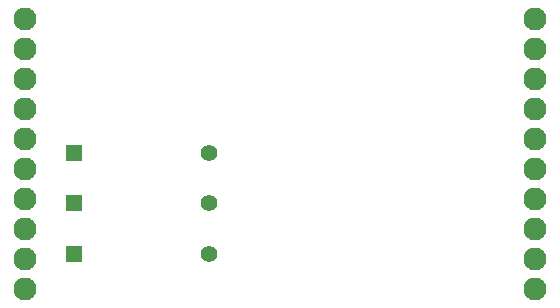
<source format=gbr>
%TF.GenerationSoftware,KiCad,Pcbnew,8.0.8*%
%TF.CreationDate,2025-02-16T23:45:18-05:00*%
%TF.ProjectId,VCU Charge Mode Signal Module V2.0,56435520-4368-4617-9267-65204d6f6465,rev?*%
%TF.SameCoordinates,Original*%
%TF.FileFunction,Soldermask,Bot*%
%TF.FilePolarity,Negative*%
%FSLAX46Y46*%
G04 Gerber Fmt 4.6, Leading zero omitted, Abs format (unit mm)*
G04 Created by KiCad (PCBNEW 8.0.8) date 2025-02-16 23:45:18*
%MOMM*%
%LPD*%
G01*
G04 APERTURE LIST*
%ADD10R,1.397000X1.397000*%
%ADD11C,1.397000*%
%ADD12C,1.954000*%
G04 APERTURE END LIST*
D10*
%TO.C,R2*%
X26670000Y-38123400D03*
D11*
X38100000Y-38123400D03*
%TD*%
D10*
%TO.C,R3*%
X26670000Y-42400000D03*
D11*
X38100000Y-42400000D03*
%TD*%
D12*
%TO.C,J1*%
X22550000Y-22550000D03*
X22550000Y-25090000D03*
X22550000Y-27630000D03*
X22550000Y-30170000D03*
X22550000Y-32710000D03*
X22550000Y-35250000D03*
X22550000Y-37790000D03*
X22550000Y-40330000D03*
X22550000Y-42870000D03*
X22550000Y-45410000D03*
%TD*%
D10*
%TO.C,R1*%
X26670000Y-33846800D03*
D11*
X38100000Y-33846800D03*
%TD*%
D12*
%TO.C,J1*%
X65730000Y-22550000D03*
X65730000Y-25090000D03*
X65730000Y-27630000D03*
X65730000Y-30170000D03*
X65730000Y-32710000D03*
X65730000Y-35250000D03*
X65730000Y-37790000D03*
X65730000Y-40330000D03*
X65730000Y-42870000D03*
X65730000Y-45410000D03*
%TD*%
M02*

</source>
